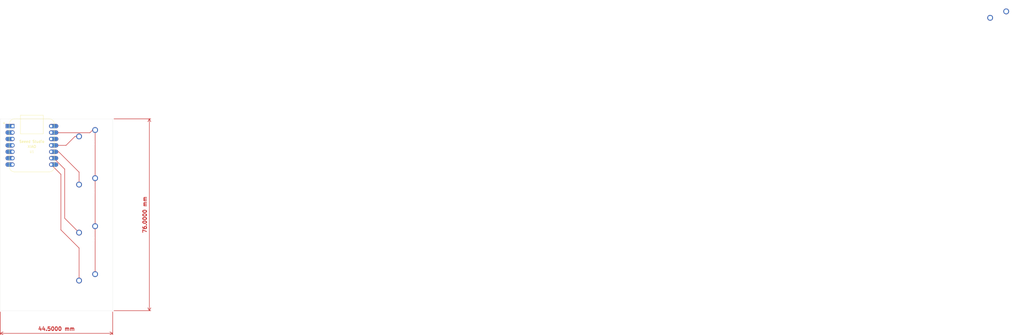
<source format=kicad_pcb>
(kicad_pcb (version 20240108) (generator "pcbnew") (generator_version "8.0")
  (layers (0 "F.Cu" signal) (31 "B.Cu" signal) (34 "B.Paste" user) (35 "F.Paste" user) (36 "B.SilkS" user "B.Silkscreen") (37 "F.SilkS" user "F.Silkscreen") (38 "B.Mask" user) (39 "F.Mask" user) (44 "Edge.Cuts" user))
  (net 0 "")
  (net 1 "Net-(U1-PA6_A10_D10_MOSI)")
  (net 2 "GND")
  (net 3 "Net-(U1-PA5_A9_D9_MISO)")
  (net 4 "Net-(U1-PA7_A8_D8_SCK)")
  (net 5 "Net-(U1-PB09_A7_D7_RX)")
  (footprint "footprints:XIAO-Generic-Hybrid-14P-2.54-21X17.8MM" (layer "F.Cu") (at 129.5 82.5)
    (property "Reference" "U1" (at 0 2.54 0) (layer "F.SilkS") (effects (font (size 0.889 0.889) (thickness 0.1016))))
    (property "Value" "MOUDLE-SEEEDUINO-XIAO" (hide yes))
    (fp_line (start -8.9 -8.5) (end -8.9 8.5) (stroke (width 0.127)) (layer "F.SilkS"))
    (fp_line (start -6.9 10.5) (end 6.9 10.5) (stroke (width 0.127)) (layer "F.SilkS"))
    (fp_line (start -4.5 -11.92403) (end 4.5 -11.92403) (stroke (width 0.127)) (layer "F.SilkS"))
    (fp_line (start -4.5 -4.57073) (end -4.5 -11.92403) (stroke (width 0.127)) (layer "F.SilkS"))
    (fp_line (start 4.5 -11.92403) (end 4.5 -4.57073) (stroke (width 0.127)) (layer "F.SilkS"))
    (fp_line (start 4.5 -4.57073) (end -4.5 -4.57073) (stroke (width 0.127)) (layer "F.SilkS"))
    (fp_line (start 6.9 -10.49909) (end -6.9 -10.49909) (stroke (width 0.127)) (layer "F.SilkS"))
    (fp_line (start 8.9 8.5) (end 8.9 -8.5) (stroke (width 0.127)) (layer "F.SilkS"))
    (fp_arc (start -8.9 -8.5) (mid -8.301491 -9.901491) (end -6.9 -10.5) (stroke (width 0.12)) (layer "F.SilkS"))
    (fp_arc (start -6.9 10.5) (mid -8.301423 9.901423) (end -8.9 8.5) (stroke (width 0.12)) (layer "F.SilkS"))
    (fp_arc (start 6.9 -10.5) (mid 8.301492 -9.901492) (end 8.9 -8.5) (stroke (width 0.12)) (layer "F.SilkS"))
    (fp_arc (start 8.9 8.5) (mid 8.314214 9.914214) (end 6.9 10.5) (stroke (width 0.12)) (layer "F.SilkS"))
    (fp_circle (center -11 -8.8) (end -11 -9.054) (fill solid) (layer "F.SilkS"))
    (fp_poly (pts (xy -8.887715 -8.561705) (xy -8.884667 -8.610473) (xy -8.880603 -8.659494)) (stroke (width 0.0254)) (fill none) (layer "F.SilkS"))
    (fp_poly (pts (xy 8.889492 8.521574) (xy 8.887713 8.57085) (xy 8.884665 8.619618) (xy 8.880601 8.668639) (xy 8.875268 8.717407) (xy 8.868664 8.766175) (xy 8.861044 8.81469) (xy 8.852153 8.86295) (xy 8.842248 8.910955)) (stroke (width 0.0254)) (fill none) (layer "F.SilkS"))
    (fp_text user "Seeed Studio" (at 0 -1.5 0) (layer "F.SilkS"))
    (fp_text user "XIAO" (at 0 0.5 0) (layer "F.SilkS"))
    (pad "1" thru_hole rect (at -7.625 -7.62) (size 3.5 1.7) (drill 1 (offset -1 0)) (layers "*.Cu" "*.Mask"))
    (pad "2" thru_hole oval (at -7.625 -5.08) (size 3.6 1.7) (drill 1 (offset -1 0)) (layers "*.Cu" "*.Mask"))
    (pad "3" thru_hole oval (at -7.625 -2.54) (size 3.6 1.7) (drill 1 (offset -1 0)) (layers "*.Cu" "*.Mask"))
    (pad "4" thru_hole oval (at -7.625 0) (size 3.6 1.7) (drill 1 (offset -1 0)) (layers "*.Cu" "*.Mask"))
    (pad "5" thru_hole oval (at -7.625 2.54) (size 3.6 1.7) (drill 1 (offset -1 0)) (layers "*.Cu" "*.Mask"))
    (pad "6" thru_hole oval (at -7.625 5.08 180) (size 3.6 1.7) (drill 1 (offset 1 0)) (layers "*.Cu" "*.Mask"))
    (pad "7" thru_hole oval (at -7.625 7.62) (size 3.6 1.7) (drill 1 (offset -1 0)) (layers "*.Cu" "*.Mask"))
    (pad "8" thru_hole oval (at 7.625 7.62) (size 3.6 1.7) (drill 1 (offset 1 0)) (layers "*.Cu" "*.Mask") (net 5 "Net-(U1-PB09_A7_D7_RX)"))
    (pad "9" thru_hole oval (at 7.625 5.08) (size 3.6 1.7) (drill 1 (offset 1 0)) (layers "*.Cu" "*.Mask") (net 4 "Net-(U1-PA7_A8_D8_SCK)"))
    (pad "10" thru_hole oval (at 7.625 2.54) (size 3.6 1.7) (drill 1 (offset 1 0)) (layers "*.Cu" "*.Mask") (net 3 "Net-(U1-PA5_A9_D9_MISO)"))
    (pad "11" thru_hole oval (at 7.625 0) (size 3.7 1.7) (drill 1 (offset 1 0)) (layers "*.Cu" "*.Mask") (net 1 "Net-(U1-PA6_A10_D10_MOSI)"))
    (pad "12" thru_hole oval (at 7.625 -2.54) (size 3.7 1.7) (drill 1 (offset 1 0)) (layers "*.Cu" "*.Mask"))
    (pad "13" thru_hole oval (at 7.625 -5.08) (size 3.7 1.7) (drill 1 (offset 1 0)) (layers "*.Cu" "*.Mask") (net 2 "GND"))
    (pad "14" thru_hole oval (at 7.625 -7.62) (size 3.7 1.7) (drill 1 (offset 1 0)) (layers "*.Cu" "*.Mask"))
  )
  (footprint "footprints:MX-Solderable-1U" (layer "F.Cu") (at 152 81.5)
    (property "Reference" "SW1")
    (property "Value" "SW_Push")
    (pad "" np_thru_hole circle (at -5.08 0 48.099) (size 1.7018 1.7018) (drill 1.7018) (layers "F&B.Cu" "*.Mask"))
    (pad "" np_thru_hole circle (at 0 0) (size 3.9878 3.9878) (drill 3.9878) (layers "*.Cu" "*.Mask"))
    (pad "" np_thru_hole circle (at 5.08 0 48.099) (size 1.7018 1.7018) (drill 1.7018) (layers "F&B.Cu" "*.Mask"))
    (pad "1" thru_hole circle (at -3.81 -2.54) (size 2.3 2.3) (drill 1.524) (layers "*.Cu" "B.Mask") (net 1 "Net-(U1-PA6_A10_D10_MOSI)"))
    (pad "2" thru_hole circle (at 2.54 -5.08) (size 2.3 2.3) (drill 1.524) (layers "*.Cu" "B.Mask") (net 2 "GND"))
  )
  (footprint "footprints:MX-Solderable-1U" (layer "F.Cu") (at 152 138.61805)
    (property "Reference" "SW4")
    (property "Value" "SW_Push")
    (pad "" np_thru_hole circle (at -5.08 0 48.099) (size 1.7018 1.7018) (drill 1.7018) (layers "F&B.Cu" "*.Mask"))
    (pad "" np_thru_hole circle (at 0 0) (size 3.9878 3.9878) (drill 3.9878) (layers "*.Cu" "*.Mask"))
    (pad "" np_thru_hole circle (at 5.08 0 48.099) (size 1.7018 1.7018) (drill 1.7018) (layers "F&B.Cu" "*.Mask"))
    (pad "1" thru_hole circle (at -3.81 -2.54) (size 2.3 2.3) (drill 1.524) (layers "*.Cu" "B.Mask") (net 5 "Net-(U1-PB09_A7_D7_RX)"))
    (pad "2" thru_hole circle (at 2.54 -5.08) (size 2.3 2.3) (drill 1.524) (layers "*.Cu" "B.Mask") (net 2 "GND"))
  )
  (footprint "footprints:MX-Solderable-1U" (layer "F.Cu") (at 152 119.61805)
    (property "Reference" "SW3")
    (property "Value" "SW_Push")
    (pad "" np_thru_hole circle (at -5.08 0 48.099) (size 1.7018 1.7018) (drill 1.7018) (layers "F&B.Cu" "*.Mask"))
    (pad "" np_thru_hole circle (at 0 0) (size 3.9878 3.9878) (drill 3.9878) (layers "*.Cu" "*.Mask"))
    (pad "" np_thru_hole circle (at 5.08 0 48.099) (size 1.7018 1.7018) (drill 1.7018) (layers "F&B.Cu" "*.Mask"))
    (pad "1" thru_hole circle (at -3.81 -2.54) (size 2.3 2.3) (drill 1.524) (layers "*.Cu" "B.Mask") (net 4 "Net-(U1-PA7_A8_D8_SCK)"))
    (pad "2" thru_hole circle (at 2.54 -5.08) (size 2.3 2.3) (drill 1.524) (layers "*.Cu" "B.Mask") (net 2 "GND"))
  )
  (footprint "footprints:MX-Solderable-1U" (layer "F.Cu") (at 512.5 34.5)
    (property "Reference" "REF**")
    (property "Value" "1U")
    (pad "" np_thru_hole circle (at -5.08 0 48.099) (size 1.7018 1.7018) (drill 1.7018) (layers "F&B.Cu" "*.Mask"))
    (pad "" np_thru_hole circle (at 0 0) (size 3.9878 3.9878) (drill 3.9878) (layers "*.Cu" "*.Mask"))
    (pad "" np_thru_hole circle (at 5.08 0 48.099) (size 1.7018 1.7018) (drill 1.7018) (layers "F&B.Cu" "*.Mask"))
    (pad "1" thru_hole circle (at -3.81 -2.54) (size 2.3 2.3) (drill 1.524) (layers "*.Cu" "B.Mask"))
    (pad "2" thru_hole circle (at 2.54 -5.08) (size 2.3 2.3) (drill 1.524) (layers "*.Cu" "B.Mask"))
  )
  (footprint "footprints:MX-Solderable-1U" (layer "F.Cu") (at 152 100.58637)
    (property "Reference" "SW2")
    (property "Value" "SW_Push")
    (pad "" np_thru_hole circle (at -5.08 0 48.099) (size 1.7018 1.7018) (drill 1.7018) (layers "F&B.Cu" "*.Mask"))
    (pad "" np_thru_hole circle (at 0 0) (size 3.9878 3.9878) (drill 3.9878) (layers "*.Cu" "*.Mask"))
    (pad "" np_thru_hole circle (at 5.08 0 48.099) (size 1.7018 1.7018) (drill 1.7018) (layers "F&B.Cu" "*.Mask"))
    (pad "1" thru_hole circle (at -3.81 -2.54) (size 2.3 2.3) (drill 1.524) (layers "*.Cu" "B.Mask") (net 3 "Net-(U1-PA5_A9_D9_MISO)"))
    (pad "2" thru_hole circle (at 2.54 -5.08) (size 2.3 2.3) (drill 1.524) (layers "*.Cu" "B.Mask") (net 2 "GND"))
  )
  (gr_rect (start 117 72) (end 161.5 148) (stroke (width 0.05)) (fill none) (layer "Edge.Cuts"))
  (dimension (type aligned) (layer "F.Cu") (pts (xy 161.5 148) (xy 117 148)) (height -9) (gr_text "44.5000 mm" (at 139.25 155.2 0) (layer "F.Cu") (effects (font (size 1.5 1.5) (thickness 0.3)))) (format (prefix "") (suffix "") (units 3) (units_format 1) (precision 4)) (style (thickness 0.2) (arrow_length 1.27) (text_position_mode 0) (extension_height 0.58642) (extension_offset 0.5) keep_text_aligned))
  (dimension (type aligned) (layer "F.Cu") (pts (xy 161.5 148) (xy 161.5 72)) (height 14.5) (gr_text "76.0000 mm" (at 174.2 110 90) (layer "F.Cu") (effects (font (size 1.5 1.5) (thickness 0.3)))) (format (prefix "") (suffix "") (units 3) (units_format 1) (precision 4)) (style (thickness 0.2) (arrow_length 1.27) (text_position_mode 0) (extension_height 0.58642) (extension_offset 0.5) keep_text_aligned))
  (segment (start 148.19 78.96) (end 146.563655 78.96) (width 0.2) (layer "F.Cu") (net 1))
  (segment (start 143.023655 82.5) (end 137.125 82.5) (width 0.2) (layer "F.Cu") (net 1))
  (segment (start 146.563655 78.96) (end 143.023655 82.5) (width 0.2) (layer "F.Cu") (net 1))
  (segment (start 137.205 77.5) (end 137.125 77.42) (width 0.2) (layer "F.Cu") (net 2))
  (segment (start 154.54 114.53805) (end 154.54 95.50637) (width 0.2) (layer "F.Cu") (net 2))
  (segment (start 154.54 95.50637) (end 154.54 76.42) (width 0.2) (layer "F.Cu") (net 2))
  (segment (start 153.58 76.42) (end 152.5 77.5) (width 0.2) (layer "F.Cu") (net 2))
  (segment (start 154.54 133.53805) (end 154.54 114.53805) (width 0.2) (layer "F.Cu") (net 2))
  (segment (start 152.5 77.5) (end 137.205 77.5) (width 0.2) (layer "F.Cu") (net 2))
  (segment (start 154.54 76.42) (end 153.58 76.42) (width 0.2) (layer "F.Cu") (net 2))
  (segment (start 148.19 93.124315) (end 140.105685 85.04) (width 0.2) (layer "F.Cu") (net 3))
  (segment (start 148.19 98.04637) (end 148.19 93.124315) (width 0.2) (layer "F.Cu") (net 3))
  (segment (start 140.105685 85.04) (end 137.125 85.04) (width 0.2) (layer "F.Cu") (net 3))
  (segment (start 142.5 91.918654) (end 138.161346 87.58) (width 0.2) (layer "F.Cu") (net 4))
  (segment (start 148.19 117.07805) (end 142.5 111.38805) (width 0.2) (layer "F.Cu") (net 4))
  (segment (start 138.161346 87.58) (end 137.125 87.58) (width 0.2) (layer "F.Cu") (net 4))
  (segment (start 142.5 111.38805) (end 142.5 91.918654) (width 0.2) (layer "F.Cu") (net 4))
  (segment (start 141 93.995) (end 137.125 90.12) (width 0.2) (layer "F.Cu") (net 5))
  (segment (start 148.19 136.07805) (end 148.19 123.19) (width 0.2) (layer "F.Cu") (net 5))
  (segment (start 141 116) (end 141 93.995) (width 0.2) (layer "F.Cu") (net 5))
  (segment (start 148.19 123.19) (end 141 116) (width 0.2) (layer "F.Cu") (net 5))
)
</source>
